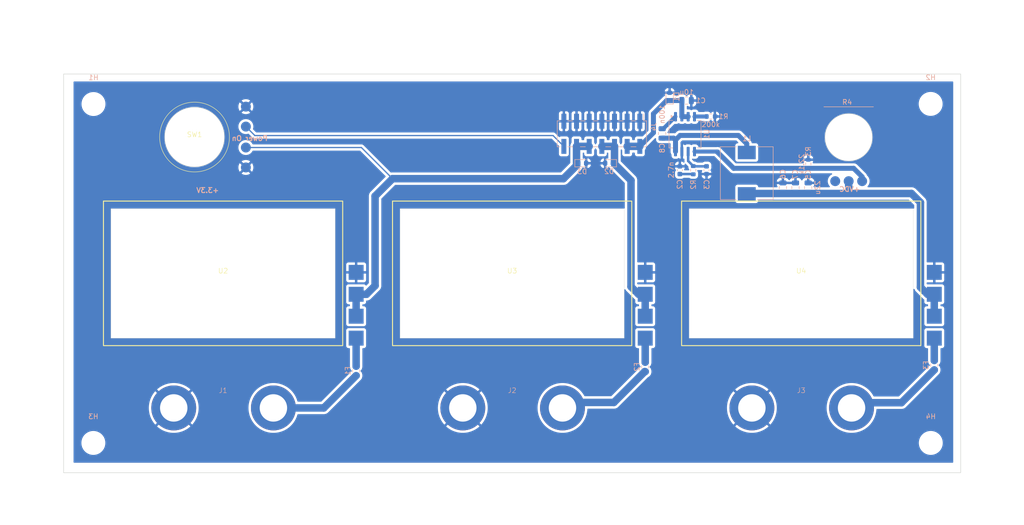
<source format=kicad_pcb>
(kicad_pcb (version 20221018) (generator pcbnew)
  (layers (0 "F.Cu" signal) (31 "B.Cu" signal) (34 "B.Paste" user) (35 "F.Paste" user) (36 "B.SilkS" user "B.Silkscreen") (37 "F.SilkS" user "F.Silkscreen") (38 "B.Mask" user) (39 "F.Mask" user) (44 "Edge.Cuts" user))
  (net 0 "")
  (net 1 "12V")
  (net 2 "GND")
  (net 3 "Net-(C2-Pad1)")
  (net 4 "Net-(U1-COMP)")
  (net 5 "+VDC")
  (net 6 "Net-(U1-BST)")
  (net 7 "Net-(U1-SW)")
  (net 8 "3.3V")
  (net 9 "5V")
  (net 10 "Power On")
  (net 11 "Net-(U1-RT{slash}CLK)")
  (net 12 "Net-(U1-FB)")
  (net 13 "Net-(J1-Pin_2)")
  (net 14 "Net-(J2-Pin_2)")
  (net 15 "Net-(J3-Pin_2)")
  (net 17 "Net-(U2-Cout)")
  (net 18 "Net-(U3-Cout)")
  (net 19 "Net-(U4-Cout)")
  (footprint "MountingHole:MountingHole_4.3mm_M4" (layer "F.Cu") (at 66 76.025)
    (fp_text reference "H1" (at 0 -5.3) (layer "B.SilkS") (effects (justify mirror)))
    (fp_text value "MountingHole")
    (pad "" np_thru_hole circle (at 0 0) (size 4.3 4.3) (drill 4.3) (layers "*.Cu" "*.Mask"))
  )
  (footprint "meters:banana_connector" (layer "F.Cu") (at 92 137)
    (fp_text reference "J1" (at 0 -3.5 unlocked) (layer "B.SilkS") (effects (font (thickness 0.1))))
    (fp_text value "3.3V")
    (pad "1" thru_hole circle (at -9.9 0) (size 9 9) (drill 5.5) (layers "*.Cu" "*.Mask") (net 2 "GND"))
    (pad "2" thru_hole circle (at 10.1 0) (size 9 9) (drill 5.5) (layers "*.Cu" "*.Mask") (net 13 "Net-(J1-Pin_2)"))
  )
  (footprint "meters:Voltmeter" (layer "F.Cu") (at 208 110)
    (fp_text reference "U4" (at 0 -0.5 unlocked) (layer "F.SilkS") (effects (font (thickness 0.1))))
    (fp_text value "~")
    (fp_rect (start -24 -14.5) (end 24 14.5) (stroke (width 0.2)) (fill none) (layer "F.SilkS"))
    (fp_rect (start -22.5 -13) (end 22.5 13) (stroke (width 0.05)) (fill none) (layer "Edge.Cuts"))
    (pad "1" smd rect (at 26.7 -0.2 90) (size 3 3) (layers "B.Cu" "B.Paste" "B.Mask") (net 2 "GND"))
    (pad "2" smd rect (at 26.7 4.2 90) (size 3 3) (layers "B.Cu" "B.Paste" "B.Mask") (net 5 "+VDC"))
    (pad "3" smd rect (at 26.7 8.6 90) (size 3 3) (layers "B.Cu" "B.Paste" "B.Mask") (net 5 "+VDC"))
    (pad "4" smd rect (at 26.7 13 90) (size 3 3) (layers "B.Cu" "B.Paste" "B.Mask") (net 19 "Net-(U4-Cout)"))
  )
  (footprint "meters:banana_connector" (layer "F.Cu") (at 150 137)
    (fp_text reference "J2" (at 0 -3.5 unlocked) (layer "B.SilkS") (effects (font (thickness 0.1))))
    (fp_text value "5V")
    (pad "1" thru_hole circle (at -9.9 0) (size 9 9) (drill 5.5) (layers "*.Cu" "*.Mask") (net 2 "GND"))
    (pad "2" thru_hole circle (at 10.1 0) (size 9 9) (drill 5.5) (layers "*.Cu" "*.Mask") (net 14 "Net-(J2-Pin_2)"))
  )
  (footprint "MountingHole:MountingHole_4.3mm_M4" (layer "F.Cu") (at 65.975 144.025)
    (fp_text reference "H3" (at 0 -5.3) (layer "B.SilkS") (effects (justify mirror)))
    (fp_text value "MountingHole")
    (pad "" np_thru_hole circle (at 0 0) (size 4.3 4.3) (drill 4.3) (layers "*.Cu" "*.Mask"))
  )
  (footprint "meters:Voltmeter" (layer "F.Cu") (at 92 110)
    (fp_text reference "U2" (at 0 -0.5 unlocked) (layer "F.SilkS") (effects (font (thickness 0.1))))
    (fp_text value "~")
    (fp_rect (start -24 -14.5) (end 24 14.5) (stroke (width 0.2)) (fill none) (layer "F.SilkS"))
    (fp_rect (start -22.5 -13) (end 22.5 13) (stroke (width 0.05)) (fill none) (layer "Edge.Cuts"))
    (pad "1" smd rect (at 26.7 -0.2 90) (size 3 3) (layers "B.Cu" "B.Paste" "B.Mask") (net 2 "GND"))
    (pad "2" smd rect (at 26.7 4.2 90) (size 3 3) (layers "B.Cu" "B.Paste" "B.Mask") (net 8 "3.3V"))
    (pad "3" smd rect (at 26.7 8.6 90) (size 3 3) (layers "B.Cu" "B.Paste" "B.Mask") (net 8 "3.3V"))
    (pad "4" smd rect (at 26.7 13 90) (size 3 3) (layers "B.Cu" "B.Paste" "B.Mask") (net 17 "Net-(U2-Cout)"))
  )
  (footprint "potentiometer:pushbutton" (layer "F.Cu") (at 86.275 82.65)
    (fp_text reference "SW1" (at 0 -0.5 unlocked) (layer "F.SilkS") (effects (font (thickness 0.1))))
    (fp_text value "SW_MEC_5G_LED")
    (fp_circle (center 0 0) (end 7 0) (stroke (width 0.1)) (fill none) (layer "F.SilkS"))
    (fp_circle (center 0 0) (end 6 0) (stroke (width 0.1)) (fill none) (layer "Edge.Cuts"))
    (pad "1" smd circle (at 10.3 -6.1) (size 2 2) (layers "B.Cu" "B.Paste" "B.Mask") (net 2 "GND"))
    (pad "2" smd circle (at 10.3 6.1 180) (size 2 2) (layers "B.Cu" "B.Paste" "B.Mask") (net 2 "GND"))
    (pad "3" smd circle (at 10.3 2.1 180) (size 2 2) (layers "B.Cu" "B.Paste" "B.Mask") (net 8 "3.3V"))
    (pad "4" smd circle (at 10.3 -2.1) (size 2 2) (layers "B.Cu" "B.Paste" "B.Mask") (net 10 "Power On"))
  )
  (footprint "meters:Voltmeter" (layer "F.Cu") (at 150 110)
    (fp_text reference "U3" (at 0 -0.5 unlocked) (layer "F.SilkS") (effects (font (thickness 0.1))))
    (fp_text value "~")
    (fp_rect (start -24 -14.5) (end 24 14.5) (stroke (width 0.2)) (fill none) (layer "F.SilkS"))
    (fp_rect (start -22.5 -13) (end 22.5 13) (stroke (width 0.05)) (fill none) (layer "Edge.Cuts"))
    (pad "1" smd rect (at 26.7 -0.2 90) (size 3 3) (layers "B.Cu" "B.Paste" "B.Mask") (net 2 "GND"))
    (pad "2" smd rect (at 26.7 4.2 90) (size 3 3) (layers "B.Cu" "B.Paste" "B.Mask") (net 9 "5V"))
    (pad "3" smd rect (at 26.7 8.6 90) (size 3 3) (layers "B.Cu" "B.Paste" "B.Mask") (net 9 "5V"))
    (pad "4" smd rect (at 26.7 13 90) (size 3 3) (layers "B.Cu" "B.Paste" "B.Mask") (net 18 "Net-(U3-Cout)"))
  )
  (footprint "MountingHole:MountingHole_4.3mm_M4" (layer "F.Cu") (at 234 144.025)
    (fp_text reference "H4" (at 0 -5.3) (layer "B.SilkS") (effects (justify mirror)))
    (fp_text value "MountingHole")
    (pad "" np_thru_hole circle (at 0 0) (size 4.3 4.3) (drill 4.3) (layers "*.Cu" "*.Mask"))
  )
  (footprint "meters:banana_connector" (layer "F.Cu") (at 208 137)
    (fp_text reference "J3" (at 0 -3.5 unlocked) (layer "B.SilkS") (effects (font (thickness 0.1))))
    (fp_text value "AdjustV")
    (pad "1" thru_hole circle (at -9.9 0) (size 9 9) (drill 5.5) (layers "*.Cu" "*.Mask") (net 2 "GND"))
    (pad "2" thru_hole circle (at 10.1 0) (size 9 9) (drill 5.5) (layers "*.Cu" "*.Mask") (net 15 "Net-(J3-Pin_2)"))
  )
  (footprint "MountingHole:MountingHole_4.3mm_M4" (layer "F.Cu") (at 233.975 76)
    (fp_text reference "H2" (at 0 -5.3) (layer "B.SilkS") (effects (justify mirror)))
    (fp_text value "MountingHole")
    (pad "" np_thru_hole circle (at 0 0) (size 4.3 4.3) (drill 4.3) (layers "*.Cu" "*.Mask"))
  )
  (footprint "potentiometer:Potentiometer_Bourns_PDB181-GTR01_Vertical" (layer "F.Cu") (at 220.025 89.7 90)
    (fp_text reference "R4" (at 14.05 -2.8 180) (layer "B.SilkS"))
    (fp_text value "115k")
    (fp_line (start 13.12 -7.47) (end 13.12 2.47) (stroke (width 0.12)) (layer "B.SilkS"))
    (fp_circle (center 7 -2.5) (end 11.7625 -2.5) (stroke (width 0.1)) (fill none) (layer "Edge.Cuts"))
    (pad "1" smd circle (at -1.8 0.2 90) (size 2 2) (layers "B.Cu" "B.Paste" "B.Mask") (net 12 "Net-(U1-FB)"))
    (pad "2" smd circle (at -1.8 -2.5 90) (size 2 2) (layers "B.Cu" "B.Paste" "B.Mask") (net 5 "+VDC"))
    (pad "3" smd circle (at -1.8 -5.2 90) (size 2 2) (layers "B.Cu" "B.Paste" "B.Mask"))
  )
  (footprint "Resistor_SMD:R_0603_1608Metric" (layer "B.Cu") (at 186.34 89.3 -90)
    (fp_text reference "R2" (at 2.9 -0.01 -270) (layer "B.SilkS") (effects (justify mirror)))
    (fp_text value "15.8k")
    (fp_line (start -0.237258 -0.5225) (end 0.237258 -0.5225) (stroke (width 0.12)) (layer "B.SilkS"))
    (fp_line (start -0.237258 0.5225) (end 0.237258 0.5225) (stroke (width 0.12)) (layer "B.SilkS"))
    (pad "1" smd roundrect (at -0.825 0 270) (size 0.8 0.95) (layers "B.Cu" "B.Paste" "B.Mask") (net 4 "Net-(U1-COMP)"))
    (pad "2" smd roundrect (at 0.825 0 270) (size 0.8 0.95) (layers "B.Cu" "B.Paste" "B.Mask") (net 3 "Net-(C2-Pad1)"))
  )
  (footprint "Diode_SMD:D_0603_1608Metric" (layer "B.Cu") (at 169.45 87.9 180)
    (fp_text reference "D2" (at 0 -1.65) (layer "B.SilkS") (effects (justify mirror)))
    (fp_text value "~")
    (fp_line (start -1.485 -0.735) (end 0.8 -0.735) (stroke (width 0.12)) (layer "B.SilkS"))
    (fp_line (start -1.485 0.735) (end -1.485 -0.735) (stroke (width 0.12)) (layer "B.SilkS"))
    (fp_line (start 0.8 0.735) (end -1.485 0.735) (stroke (width 0.12)) (layer "B.SilkS"))
    (pad "1" smd roundrect (at -0.7875 0 180) (size 0.875 0.95) (layers "B.Cu" "B.Paste" "B.Mask") (net 9 "5V"))
    (pad "2" smd roundrect (at 0.7875 0 180) (size 0.875 0.95) (layers "B.Cu" "B.Paste" "B.Mask") (net 2 "GND"))
  )
  (footprint "Capacitor_SMD:C_0603_1608Metric" (layer "B.Cu") (at 189 89.3 -90)
    (fp_text reference "C3" (at 2.875 -0.05 90) (layer "B.SilkS") (effects (justify mirror)))
    (fp_text value "39p")
    (fp_line (start -0.14058 -0.51) (end 0.14058 -0.51) (stroke (width 0.12)) (layer "B.SilkS"))
    (fp_line (start -0.14058 0.51) (end 0.14058 0.51) (stroke (width 0.12)) (layer "B.SilkS"))
    (pad "1" smd roundrect (at -0.775 0 270) (size 0.9 0.95) (layers "B.Cu" "B.Paste" "B.Mask") (net 4 "Net-(U1-COMP)"))
    (pad "2" smd roundrect (at 0.775 0 270) (size 0.9 0.95) (layers "B.Cu" "B.Paste" "B.Mask") (net 2 "GND"))
  )
  (footprint "Capacitor_SMD:C_0805_2012Metric" (layer "B.Cu") (at 209.4 92.8 90)
    (fp_text reference "C5" (at 2.6 0 90) (layer "B.SilkS") (effects (justify mirror)))
    (fp_text value "22u" (at 0 1.875 90) (layer "B.SilkS") (effects (justify mirror)))
    (fp_line (start -0.261252 -0.735) (end 0.261252 -0.735) (stroke (width 0.12)) (layer "B.SilkS"))
    (fp_line (start -0.261252 0.735) (end 0.261252 0.735) (stroke (width 0.12)) (layer "B.SilkS"))
    (pad "1" smd roundrect (at -0.95 0 90) (size 1 1.45) (layers "B.Cu" "B.Paste" "B.Mask") (net 5 "+VDC"))
    (pad "2" smd roundrect (at 0.95 0 90) (size 1 1.45) (layers "B.Cu" "B.Paste" "B.Mask") (net 2 "GND"))
  )
  (footprint "Diode_SMD:D_0603_1608Metric" (layer "B.Cu") (at 181.6 74.55 90)
    (fp_text reference "D1" (at 0 1.43 270) (layer "B.SilkS") (effects (justify mirror)))
    (fp_text value "~")
    (fp_line (start -1.485 -0.735) (end 0.8 -0.735) (stroke (width 0.12)) (layer "B.SilkS"))
    (fp_line (start -1.485 0.735) (end -1.485 -0.735) (stroke (width 0.12)) (layer "B.SilkS"))
    (fp_line (start 0.8 0.735) (end -1.485 0.735) (stroke (width 0.12)) (layer "B.SilkS"))
    (pad "1" smd roundrect (at -0.7875 0 90) (size 0.875 0.95) (layers "B.Cu" "B.Paste" "B.Mask") (net 1 "12V"))
    (pad "2" smd roundrect (at 0.7875 0 90) (size 0.875 0.95) (layers "B.Cu" "B.Paste" "B.Mask") (net 2 "GND"))
  )
  (footprint "Inductor_SMD:L_10.4x10.4_H4.8" (layer "B.Cu") (at 197.075 89.9 -90)
    (fp_text reference "L1" (at -6.95 0) (layer "B.SilkS") (effects (justify mirror)))
    (fp_text value "3.6uH")
    (fp_line (start -5.3 -5.3) (end -5.3 -2.1) (stroke (width 0.12)) (layer "B.SilkS"))
    (fp_line (start -5.3 2.1) (end -5.3 5.3) (stroke (width 0.12)) (layer "B.SilkS"))
    (fp_line (start -5.3 5.3) (end 5.3 5.3) (stroke (width 0.12)) (layer "B.SilkS"))
    (fp_line (start 5.3 -5.3) (end -5.3 -5.3) (stroke (width 0.12)) (layer "B.SilkS"))
    (fp_line (start 5.3 -2.1) (end 5.3 -5.3) (stroke (width 0.12)) (layer "B.SilkS"))
    (fp_line (start 5.3 5.3) (end 5.3 2.1) (stroke (width 0.12)) (layer "B.SilkS"))
    (pad "1" smd rect (at -4.15 0 270) (size 2.7 3.6) (layers "B.Cu" "B.Paste" "B.Mask") (net 7 "Net-(U1-SW)"))
    (pad "2" smd rect (at 4.15 0 270) (size 2.7 3.6) (layers "B.Cu" "B.Paste" "B.Mask") (net 5 "+VDC"))
  )
  (footprint "Resistor_SMD:R_0603_1608Metric" (layer "B.Cu") (at 209.425 88.025 90)
    (fp_text reference "R3" (at 2.5 0 90) (layer "B.SilkS") (effects (justify mirror)))
    (fp_text value "22.1k" (at -0.075 -1.325 90) (layer "B.SilkS") (effects (justify mirror)))
    (fp_line (start -0.237258 -0.5225) (end 0.237258 -0.5225) (stroke (width 0.12)) (layer "B.SilkS"))
    (fp_line (start -0.237258 0.5225) (end 0.237258 0.5225) (stroke (width 0.12)) (layer "B.SilkS"))
    (pad "1" smd roundrect (at -0.825 0 90) (size 0.8 0.95) (layers "B.Cu" "B.Paste" "B.Mask") (net 12 "Net-(U1-FB)"))
    (pad "2" smd roundrect (at 0.825 0 90) (size 0.8 0.95) (layers "B.Cu" "B.Paste" "B.Mask") (net 2 "GND"))
  )
  (footprint "Capacitor_SMD:C_0603_1608Metric" (layer "B.Cu") (at 183.65 89.3 90)
    (fp_text reference "C2" (at -2.85 0 90) (layer "B.SilkS") (effects (justify mirror)))
    (fp_text value "2.7n" (at 0.05 -1.75 90) (layer "B.SilkS"))
    (fp_line (start -0.14058 -0.51) (end 0.14058 -0.51) (stroke (width 0.12)) (layer "B.SilkS"))
    (fp_line (start -0.14058 0.51) (end 0.14058 0.51) (stroke (width 0.12)) (layer "B.SilkS"))
    (pad "1" smd roundrect (at -0.775 0 90) (size 0.9 0.95) (layers "B.Cu" "B.Paste" "B.Mask") (net 3 "Net-(C2-Pad1)"))
    (pad "2" smd roundrect (at 0.775 0 90) (size 0.9 0.95) (layers "B.Cu" "B.Paste" "B.Mask") (net 2 "GND"))
  )
  (footprint "Diode_SMD:D_0603_1608Metric" (layer "B.Cu") (at 164.0625 87.9)
    (fp_text reference "D3" (at -0.0125 1.675 180) (layer "B.SilkS") (effects (justify mirror)))
    (fp_text value "~")
    (fp_line (start -1.485 -0.735) (end 0.8 -0.735) (stroke (width 0.12)) (layer "B.SilkS"))
    (fp_line (start -1.485 0.735) (end -1.485 -0.735) (stroke (width 0.12)) (layer "B.SilkS"))
    (fp_line (start 0.8 0.735) (end -1.485 0.735) (stroke (width 0.12)) (layer "B.SilkS"))
    (pad "1" smd roundrect (at -0.7875 0) (size 0.875 0.95) (layers "B.Cu" "B.Paste" "B.Mask") (net 8 "3.3V"))
    (pad "2" smd roundrect (at 0.7875 0) (size 0.875 0.95) (layers "B.Cu" "B.Paste" "B.Mask") (net 2 "GND"))
  )
  (footprint "Fuse:Fuse_0805_2012Metric" (layer "B.Cu") (at 234.7 128.425 -90)
    (fp_text reference "F3" (at 0 1.65 90) (layer "B.SilkS") (effects (justify mirror)))
    (fp_text value "Polyfuse")
    (fp_line (start -0.258578 -0.71) (end 0.258578 -0.71) (stroke (width 0.12)) (layer "B.SilkS"))
    (fp_line (start -0.258578 0.71) (end 0.258578 0.71) (stroke (width 0.12)) (layer "B.SilkS"))
    (pad "1" smd roundrect (at -0.9375 0 270) (size 0.975 1.4) (layers "B.Cu" "B.Paste" "B.Mask") (net 19 "Net-(U4-Cout)"))
    (pad "2" smd roundrect (at 0.9375 0 270) (size 0.975 1.4) (layers "B.Cu" "B.Paste" "B.Mask") (net 15 "Net-(J3-Pin_2)"))
  )
  (footprint "Connector_PinSocket_2.54mm:PinSocket_2x07_P2.54mm_Vertical_SMD" (layer "B.Cu") (at 168 82 90)
    (fp_text reference "J4" (at 1.4 10.4 90) (layer "B.SilkS") (effects (justify mirror)))
    (fp_text value "Power In")
    (fp_line (start -2.6 -8.95) (end 2.6 -8.95) (stroke (width 0.12)) (layer "B.SilkS"))
    (fp_line (start -2.6 -8.38) (end -2.6 -8.95) (stroke (width 0.12)) (layer "B.SilkS"))
    (fp_line (start -2.6 -5.84) (end -2.6 -6.86) (stroke (width 0.12)) (layer "B.SilkS"))
    (fp_line (start -2.6 -3.3) (end -2.6 -4.32) (stroke (width 0.12)) (layer "B.SilkS"))
    (fp_line (start -2.6 -0.76) (end -2.6 -1.78) (stroke (width 0.12)) (layer "B.SilkS"))
    (fp_line (start -2.6 1.78) (end -2.6 0.76) (stroke (width 0.12)) (layer "B.SilkS"))
    (fp_line (start -2.6 4.32) (end -2.6 3.3) (stroke (width 0.12)) (layer "B.SilkS"))
    (fp_line (start -2.6 6.86) (end -2.6 5.84) (stroke (width 0.12)) (layer "B.SilkS"))
    (fp_line (start -2.6 8.95) (end -2.6 8.38) (stroke (width 0.12)) (layer "B.SilkS"))
    (fp_line (start -2.6 8.95) (end 2.6 8.95) (stroke (width 0.12)) (layer "B.SilkS"))
    (fp_line (start 2.6 -8.38) (end 2.6 -8.95) (stroke (width 0.12)) (layer "B.SilkS"))
    (fp_line (start 2.6 -5.84) (end 2.6 -6.86) (stroke (width 0.12)) (layer "B.SilkS"))
    (fp_line (start 2.6 -3.3) (end 2.6 -4.32) (stroke (width 0.12)) (layer "B.SilkS"))
    (fp_line (start 2.6 -0.76) (end 2.6 -1.78) (stroke (width 0.12)) (layer "B.SilkS"))
    (fp_line (start 2.6 1.78) (end 2.6 0.76) (stroke (width 0.12)) (layer "B.SilkS"))
    (fp_line (start 2.6 4.32) (end 2.6 3.3) (stroke (width 0.12)) (layer "B.SilkS"))
    (fp_line (start 2.6 6.86) (end 2.6 5.84) (stroke (width 0.12)) (layer "B.SilkS"))
    (fp_line (start 2.6 8.38) (end 3.96 8.38) (stroke (width 0.12)) (layer "B.SilkS"))
    (fp_line (start 2.6 8.95) (end 2.6 8.38) (stroke (width 0.12)) (layer "B.SilkS"))
    (pad "1" smd rect (at 2.52 7.62 90) (size 3 1) (layers "B.Cu" "B.Paste" "B.Mask") (net 2 "GND"))
    (pad "2" smd rect (at -2.52 7.62 90) (size 3 1) (layers "B.Cu" "B.Paste" "B.Mask") (net 1 "12V"))
    (pad "3" smd rect (at 2.52 5.08 90) (size 3 1) (layers "B.Cu" "B.Paste" "B.Mask") (net 2 "GND"))
    (pad "4" smd rect (at -2.52 5.08 90) (size 3 1) (layers "B.Cu" "B.Paste" "B.Mask") (net 1 "12V"))
    (pad "5" smd rect (at 2.52 2.54 90) (size 3 1) (layers "B.Cu" "B.Paste" "B.Mask") (net 2 "GND"))
    (pad "6" smd rect (at -2.52 2.54 90) (size 3 1) (layers "B.Cu" "B.Paste" "B.Mask") (net 9 "5V"))
    (pad "7" smd rect (at 2.52 0 90) (size 3 1) (layers "B.Cu" "B.Paste" "B.Mask") (net 2 "GND"))
    (pad "8" smd rect (at -2.52 0 90) (size 3 1) (layers "B.Cu" "B.Paste" "B.Mask") (net 9 "5V"))
    (pad "9" smd rect (at 2.52 -2.54 90) (size 3 1) (layers "B.Cu" "B.Paste" "B.Mask") (net 2 "GND"))
    (pad "10" smd rect (at -2.52 -2.54 90) (size 3 1) (layers "B.Cu" "B.Paste" "B.Mask") (net 8 "3.3V"))
    (pad "11" smd rect (at 2.52 -5.08 90) (size 3 1) (layers "B.Cu" "B.Paste" "B.Mask") (net 2 "GND"))
    (pad "12" smd rect (at -2.52 -5.08 90) (size 3 1) (layers "B.Cu" "B.Paste" "B.Mask") (net 8 "3.3V"))
    (pad "13" smd rect (at 2.52 -7.62 90) (size 3 1) (layers "B.Cu" "B.Paste" "B.Mask") (net 2 "GND"))
    (pad "14" smd rect (at -2.52 -7.62 90) (size 3 1) (layers "B.Cu" "B.Paste" "B.Mask") (net 10 "Power On"))
  )
  (footprint "Resistor_SMD:R_0603_1608Metric" (layer "B.Cu") (at 189.85 78.525)
    (fp_text reference "R1" (at 2.55 0) (layer "B.SilkS") (effects (justify mirror)))
    (fp_text value "200k" (at 0 1.6) (layer "B.SilkS"))
    (fp_line (start -0.237258 -0.5225) (end 0.237258 -0.5225) (stroke (width 0.12)) (layer "B.SilkS"))
    (fp_line (start -0.237258 0.5225) (end 0.237258 0.5225) (stroke (width 0.12)) (layer "B.SilkS"))
    (pad "1" smd roundrect (at -0.825 0) (size 0.8 0.95) (layers "B.Cu" "B.Paste" "B.Mask") (net 11 "Net-(U1-RT{slash}CLK)"))
    (pad "2" smd roundrect (at 0.825 0) (size 0.8 0.95) (layers "B.Cu" "B.Paste" "B.Mask") (net 2 "GND"))
  )
  (footprint "Capacitor_SMD:C_0805_2012Metric" (layer "B.Cu") (at 206.85 92.8 90)
    (fp_text reference "C7" (at 2.65 -0.05 90) (layer "B.SilkS") (effects (justify mirror)))
    (fp_text value "22u")
    (fp_line (start -0.261252 -0.735) (end 0.261252 -0.735) (stroke (width 0.12)) (layer "B.SilkS"))
    (fp_line (start -0.261252 0.735) (end 0.261252 0.735) (stroke (width 0.12)) (layer "B.SilkS"))
    (pad "1" smd roundrect (at -0.95 0 90) (size 1 1.45) (layers "B.Cu" "B.Paste" "B.Mask") (net 5 "+VDC"))
    (pad "2" smd roundrect (at 0.95 0 90) (size 1 1.45) (layers "B.Cu" "B.Paste" "B.Mask") (net 2 "GND"))
  )
  (footprint "Capacitor_SMD:C_0805_2012Metric" (layer "B.Cu") (at 204.325 92.8 90)
    (fp_text reference "C6" (at 2.7 0 90) (layer "B.SilkS") (effects (justify mirror)))
    (fp_text value "22u")
    (fp_line (start -0.261252 -0.735) (end 0.261252 -0.735) (stroke (width 0.12)) (layer "B.SilkS"))
    (fp_line (start -0.261252 0.735) (end 0.261252 0.735) (stroke (width 0.12)) (layer "B.SilkS"))
    (pad "1" smd roundrect (at -0.95 0 90) (size 1 1.45) (layers "B.Cu" "B.Paste" "B.Mask") (net 5 "+VDC"))
    (pad "2" smd roundrect (at 0.95 0 90) (size 1 1.45) (layers "B.Cu" "B.Paste" "B.Mask") (net 2 "GND"))
  )
  (footprint "Package_SO:SO-8_5.3x6.2mm_P1.27mm" (layer "B.Cu") (at 184.685 82.065 -90)
    (fp_text reference "U1" (at 0 -4.365 90) (layer "B.SilkS") (effects (justify mirror)))
    (fp_text value "AP64500SP-13")
    (fp_line (start -2.76 -3.21) (end -2.76 -2.465) (stroke (width 0.12)) (layer "B.SilkS"))
    (fp_line (start -2.76 3.21) (end -2.76 2.465) (stroke (width 0.12)) (layer "B.SilkS"))
    (fp_line (start 0 -3.21) (end -2.76 -3.21) (stroke (width 0.12)) (layer "B.SilkS"))
    (fp_line (start 0 -3.21) (end 2.76 -3.21) (stroke (width 0.12)) (layer "B.SilkS"))
    (fp_line (start 0 3.21) (end -2.76 3.21) (stroke (width 0.12)) (layer "B.SilkS"))
    (fp_line (start 0 3.21) (end 2.76 3.21) (stroke (width 0.12)) (layer "B.SilkS"))
    (fp_line (start 2.76 -3.21) (end 2.76 -2.465) (stroke (width 0.12)) (layer "B.SilkS"))
    (fp_line (start 2.76 3.21) (end 2.76 2.465) (stroke (width 0.12)) (layer "B.SilkS"))
    (fp_poly (pts (xy -3.55 2.465) (xy -3.79 2.795) (xy -3.31 2.795) (xy -3.55 2.465)) (stroke (width 0.12)) (fill solid) (layer "B.SilkS"))
    (pad "1" smd roundrect (at -3.5 1.905 270) (size 1.9 0.6) (layers "B.Cu" "B.Paste" "B.Mask") (net 6 "Net-(U1-BST)"))
    (pad "2" smd roundrect (at -3.5 0.635 270) (size 1.9 0.6) (layers "B.Cu" "B.Paste" "B.Mask") (net 1 "12V"))
    (pad "3" smd roundrect (at -3.5 -0.635 270) (size 1.9 0.6) (layers "B.Cu" "B.Paste" "B.Mask") (net 1 "12V"))
    (pad "4" smd roundrect (at -3.5 -1.905 270) (size 1.9 0.6) (layers "B.Cu" "B.Paste" "B.Mask") (net 11 "Net-(U1-RT{slash}CLK)"))
    (pad "5" smd roundrect (at 3.5 -1.905 270) (size 1.9 0.6) (layers "B.Cu" "B.Paste" "B.Mask") (net 12 "Net-(U1-FB)"))
    (pad "6" smd roundrect (at 3.5 -0.635 270) (size 1.9 0.6) (layers "B.Cu" "B.Paste" "B.Mask") (net 4 "Net-(U1-COMP)"))
    (pad "7" smd roundrect (at 3.5 0.635 270) (size 1.9 0.6) (layers "B.Cu" "B.Paste" "B.Mask") (net 2 "GND"))
    (pad "8" smd roundrect (at 3.5 1.905 270) (size 1.9 0.6) (layers "B.Cu" "B.Paste" "B.Mask") (net 7 "Net-(U1-SW)"))
  )
  (footprint "Capacitor_SMD:C_0805_2012Metric" (layer "B.Cu") (at 185 75.325)
    (fp_text reference "C1" (at 2.85 0) (layer "B.SilkS") (effects (justify mirror)))
    (fp_text value "10u" (at 0 -1.68) (layer "B.SilkS") (effects (justify mirror)))
    (fp_line (start -0.261252 -0.735) (end 0.261252 -0.735) (stroke (width 0.12)) (layer "B.SilkS"))
    (fp_line (start -0.261252 0.735) (end 0.261252 0.735) (stroke (width 0.12)) (layer "B.SilkS"))
    (pad "1" smd roundrect (at -0.95 0) (size 1 1.45) (layers "B.Cu" "B.Paste" "B.Mask") (net 1 "12V"))
    (pad "2" smd roundrect (at 0.95 0) (size 1 1.45) (layers "B.Cu" "B.Paste" "B.Mask") (net 2 "GND"))
  )
  (footprint "Capacitor_SMD:C_0805_2012Metric" (layer "B.Cu") (at 180.1 81.925 -90)
    (fp_text reference "C8" (at 2.95 0 90) (layer "B.SilkS") (effects (justify mirror)))
    (fp_text value "100n" (at -3.825 0 90) (layer "B.SilkS") (effects (justify mirror)))
    (fp_line (start -0.261252 -0.735) (end 0.261252 -0.735) (stroke (width 0.12)) (layer "B.SilkS"))
    (fp_line (start -0.261252 0.735) (end 0.261252 0.735) (stroke (width 0.12)) (layer "B.SilkS"))
    (pad "1" smd roundrect (at -0.95 0 270) (size 1 1.45) (layers "B.Cu" "B.Paste" "B.Mask") (net 6 "Net-(U1-BST)"))
    (pad "2" smd roundrect (at 0.95 0 270) (size 1 1.45) (layers "B.Cu" "B.Paste" "B.Mask") (net 7 "Net-(U1-SW)"))
  )
  (footprint "Fuse:Fuse_0805_2012Metric" (layer "B.Cu") (at 118.7 129.575 -90)
    (fp_text reference "F1" (at 0 1.65 90) (layer "B.SilkS") (effects (justify mirror)))
    (fp_text value "Polyfuse")
    (fp_line (start -0.258578 -0.71) (end 0.258578 -0.71) (stroke (width 0.12)) (layer "B.SilkS"))
    (fp_line (start -0.258578 0.71) (end 0.258578 0.71) (stroke (width 0.12)) (layer "B.SilkS"))
    (pad "1" smd roundrect (at -0.9375 0 270) (size 0.975 1.4) (layers "B.Cu" "B.Paste" "B.Mask") (net 17 "Net-(U2-Cout)"))
    (pad "2" smd roundrect (at 0.9375 0 270) (size 0.975 1.4) (layers "B.Cu" "B.Paste" "B.Mask") (net 13 "Net-(J1-Pin_2)"))
  )
  (footprint "Fuse:Fuse_0805_2012Metric" (layer "B.Cu") (at 176.7 128.775 -90)
    (fp_text reference "F2" (at 0 1.65 90) (layer "B.SilkS") (effects (justify mirror)))
    (fp_text value "Polyfuse")
    (fp_line (start -0.258578 -0.71) (end 0.258578 -0.71) (stroke (width 0.12)) (layer "B.SilkS"))
    (fp_line (start -0.258578 0.71) (end 0.258578 0.71) (stroke (width 0.12)) (layer "B.SilkS"))
    (pad "1" smd roundrect (at -0.9375 0 270) (size 0.975 1.4) (layers "B.Cu" "B.Paste" "B.Mask") (net 18 "Net-(U3-Cout)"))
    (pad "2" smd roundrect (at 0.9375 0 270) (size 0.975 1.4) (layers "B.Cu" "B.Paste" "B.Mask") (net 14 "Net-(J2-Pin_2)"))
  )
  (gr_rect (start 60 70) (end 240 150) (stroke (width 0.1)) (fill none) (layer "Edge.Cuts"))
  (gr_text "Adjust." (at 204.6 137.75) (layer "F.Cu") (effects (font (size 1.5 1.5) (thickness 0.2)) (justify left bottom)))
  (gr_text "5V" (at 148.55 138) (layer "F.Cu") (effects (font (size 1.5 1.5) (thickness 0.2)) (justify left bottom)))
  (gr_text "Lunasys Mini Power Supply" (at 134.7 146.075) (layer "F.Cu") (effects (font (size 1.5 1.5) (thickness 0.2)) (justify left bottom)))
  (gr_text "3.3V" (at 89.65 138) (layer "F.Cu") (effects (font (size 1.5 1.5) (thickness 0.2)) (justify left bottom)))
  (gr_text "+3.3V" (at 91.275 93.925) (layer "B.SilkS") (effects (font (size 1 1) (thickness 0.2) bold) (justify left bottom mirror)))
  (gr_text "Power On" (at 101.05 83.5) (layer "B.SilkS") (effects (font (size 1 1) (thickness 0.2) bold) (justify left bottom mirror)))
  (gr_text "+VDC" (at 219.9 93.7) (layer "B.SilkS") (effects (font (size 1 1) (thickness 0.2) bold) (justify left bottom mirror)))
  (segment (start 178.35 77.975) (end 181 75.325) (width 1) (layer "B.Cu") (net 1))
  (segment (start 184.05 75.14) (end 184.015 75.105) (width 1) (layer "B.Cu") (net 1))
  (segment (start 184.05 78.565) (end 184.05 75.14) (width 1) (layer "B.Cu") (net 1))
  (segment (start 173.08 84.52) (end 175.62 84.52) (width 1.5) (layer "B.Cu") (net 1))
  (segment (start 178.35 77.975) (end 178.35 81.79) (width 1) (layer "B.Cu") (net 1))
  (segment (start 181 75.325) (end 184.05 75.325) (width 1) (layer "B.Cu") (net 1))
  (segment (start 178.35 81.79) (end 175.62 84.52) (width 1) (layer "B.Cu") (net 1))
  (segment (start 184.05 78.565) (end 185.32 78.565) (width 1) (layer "B.Cu") (net 1))
  (segment (start 190.875 78.525) (end 190.9 78.5) (width 0.8) (layer "B.Cu") (net 2))
  (segment (start 186.34 90.125) (end 186.34 90.15) (width 0.25) (layer "B.Cu") (net 3))
  (segment (start 186.29 90.075) (end 186.34 90.125) (width 0.5) (layer "B.Cu") (net 3))
  (segment (start 183.7 90.075) (end 186.29 90.075) (width 0.5) (layer "B.Cu") (net 3))
  (segment (start 186.39 88.525) (end 189 88.525) (width 0.5) (layer "B.Cu") (net 4))
  (segment (start 185.32 87.455) (end 186.39 88.525) (width 0.5) (layer "B.Cu") (net 4))
  (segment (start 185.32 85.565) (end 185.32 87.455) (width 0.5) (layer "B.Cu") (net 4))
  (segment (start 230.125 93.975) (end 197.15 93.975) (width 1.5) (layer "B.Cu") (net 5))
  (segment (start 233.35 114.2) (end 231.925 112.775) (width 1.5) (layer "B.Cu") (net 5))
  (segment (start 217.525 93.925) (end 217.525 91.5) (width 1.5) (layer "B.Cu") (net 5))
  (segment (start 231.925 95.775) (end 230.125 93.975) (width 1.5) (layer "B.Cu") (net 5))
  (segment (start 231.925 112.775) (end 231.925 95.775) (width 1.5) (layer "B.Cu") (net 5))
  (segment (start 234.7 114.2) (end 234.7 118.6) (width 1.5) (layer "B.Cu") (net 5))
  (segment (start 197.15 93.975) (end 197.075 94.05) (width 1.5) (layer "B.Cu") (net 5))
  (segment (start 234.7 114.2) (end 233.35 114.2) (width 1.5) (layer "B.Cu") (net 5))
  (segment (start 180.34 80.975) (end 182.765 78.55) (width 0.8) (layer "B.Cu") (net 6))
  (segment (start 182.765 78.55) (end 182.78 78.565) (width 0.25) (layer "B.Cu") (net 6))
  (segment (start 180.1 80.975) (end 180.34 80.975) (width 0.8) (layer "B.Cu") (net 6))
  (segment (start 197.075 84) (end 195.4 82.325) (width 1) (layer "B.Cu") (net 7))
  (segment (start 182.78 83.245) (end 182.41 82.875) (width 1) (layer "B.Cu") (net 7))
  (segment (start 183.7 82.325) (end 182.78 83.245) (width 1) (layer "B.Cu") (net 7))
  (segment (start 197.075 85.75) (end 197.075 84) (width 1) (layer "B.Cu") (net 7))
  (segment (start 195.4 82.325) (end 183.7 82.325) (width 1) (layer "B.Cu") (net 7))
  (segment (start 182.78 83.245) (end 182.78 85.565) (width 1) (layer "B.Cu") (net 7))
  (segment (start 182.41 82.875) (end 180.1 82.875) (width 1) (layer "B.Cu") (net 7))
  (segment (start 126 91) (end 122.5 94.5) (width 1.5) (layer "B.Cu") (net 8))
  (segment (start 118.7 114.2) (end 118.7 118.6) (width 1.5) (layer "B.Cu") (net 8))
  (segment (start 162.92 88.38) (end 160.3 91) (width 1.5) (layer "B.Cu") (net 8))
  (segment (start 162.92 84.52) (end 162.92 88.38) (width 1.5) (layer "B.Cu") (net 8))
  (segment (start 122.5 112.475) (end 120.775 114.2) (width 1.5) (layer "B.Cu") (net 8))
  (segment (start 165.46 84.52) (end 162.92 84.52) (width 1.5) (layer "B.Cu") (net 8))
  (segment (start 96.575 84.75) (end 119.75 84.75) (width 0.25) (layer "B.Cu") (net 8))
  (segment (start 122.5 94.5) (end 122.5 112.475) (width 1.5) (layer "B.Cu") (net 8))
  (segment (start 160.3 91) (end 126 91) (width 1.5) (layer "B.Cu") (net 8))
  (segment (start 119.75 84.75) (end 126 91) (width 0.25) (layer "B.Cu") (net 8))
  (segment (start 120.775 114.2) (end 118.7 114.2) (width 1.5) (layer "B.Cu") (net 8))
  (segment (start 168 84.52) (end 170.54 84.52) (width 1.5) (layer "B.Cu") (net 9))
  (segment (start 170.54 88.04) (end 173.85 91.35) (width 1.5) (layer "B.Cu") (net 9))
  (segment (start 176.7 114.2) (end 176.7 118.6) (width 1.5) (layer "B.Cu") (net 9))
  (segment (start 175.375 114.2) (end 176.7 114.2) (width 1.5) (layer "B.Cu") (net 9))
  (segment (start 170.54 84.52) (end 170.54 88.04) (width 1.5) (layer "B.Cu") (net 9))
  (segment (start 173.85 112.675) (end 175.375 114.2) (width 1.5) (layer "B.Cu") (net 9))
  (segment (start 173.85 91.35) (end 173.85 112.675) (width 1.5) (layer "B.Cu") (net 9))
  (segment (start 158.21 82.35) (end 98.375 82.35) (width 0.25) (layer "B.Cu") (net 10))
  (segment (start 98.375 82.35) (end 96.575 80.55) (width 0.25) (layer "B.Cu") (net 10))
  (segment (start 160.38 84.52) (end 158.21 82.35) (width 0.25) (layer "B.Cu") (net 10))
  (segment (start 186.59 78.565) (end 186.63 78.525) (width 0.8) (layer "B.Cu") (net 11))
  (segment (start 186.63 78.525) (end 189.025 78.525) (width 0.8) (layer "B.Cu") (net 11))
  (segment (start 194.45 88.925) (end 191.2 85.675) (width 1) (layer "B.Cu") (net 12))
  (segment (start 191.2 85.675) (end 191.2 85.65) (width 1) (layer "B.Cu") (net 12))
  (segment (start 186.59 85.565) (end 191.115 85.565) (width 0.8) (layer "B.Cu") (net 12))
  (segment (start 191.115 85.565) (end 191.2 85.65) (width 0.8) (layer "B.Cu") (net 12))
  (segment (start 218.525 88.925) (end 194.45 88.925) (width 1) (layer "B.Cu") (net 12))
  (segment (start 220.225 91.5) (end 220.225 90.625) (width 1) (layer "B.Cu") (net 12))
  (segment (start 220.225 90.625) (end 218.525 88.925) (width 1) (layer "B.Cu") (net 12))
  (segment (start 112.2125 137) (end 103 137) (width 1.5) (layer "B.Cu") (net 13))
  (segment (start 118.7 130.5125) (end 112.2125 137) (width 1.5) (layer "B.Cu") (net 13))
  (segment (start 170.4125 135.9) (end 176.6 129.7125) (width 1.5) (layer "B.Cu") (net 14))
  (segment (start 159.9 135.9) (end 170.4125 135.9) (width 1.5) (layer "B.Cu") (net 14))
  (segment (start 176.6 129.7125) (end 176.7 129.7125) (width 1.5) (layer "B.Cu") (net 14))
  (segment (start 228.1125 135.95) (end 217.95 135.95) (width 1.5) (layer "B.Cu") (net 15))
  (segment (start 234.7 129.3625) (end 228.1125 135.95) (width 1.5) (layer "B.Cu") (net 15))
  (segment (start 118.7 123) (end 118.7 128.6375) (width 1.5) (layer "B.Cu") (net 17))
  (segment (start 176.7 127.8375) (end 176.7 123) (width 1.5) (layer "B.Cu") (net 18))
  (segment (start 234.7 127.4875) (end 234.7 123) (width 1.5) (layer "B.Cu") (net 19))
  (zone (net 2) (net_name "GND") (layer "B.Cu") (connect_pads (clearance 0.5)) (min_thickness 0.25) (fill yes (thermal_gap 0.5) (thermal_bridge_width 0.5))
    (polygon (pts (xy 238.5 71.5) (xy 62 71.5) (xy 62 148) (xy 238.5 148)))
  )
)
</source>
